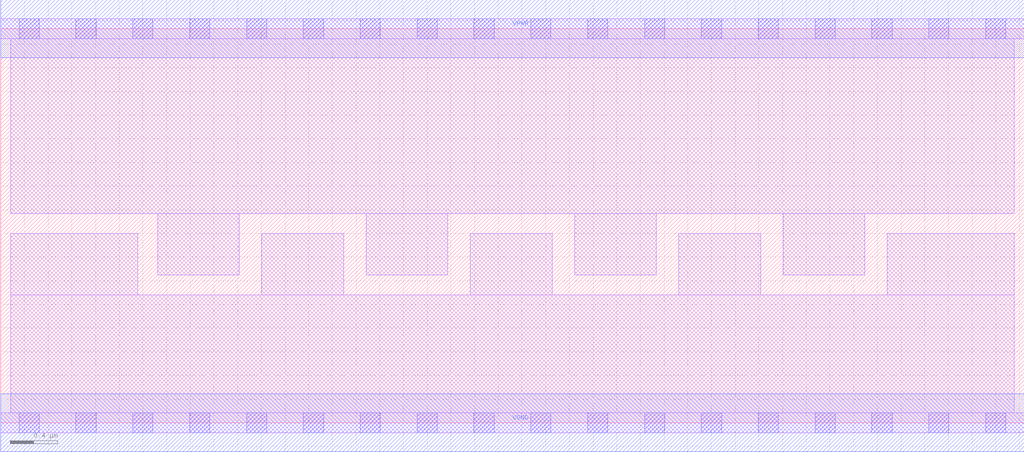
<source format=lef>
# Copyright 2020 The SkyWater PDK Authors
#
# Licensed under the Apache License, Version 2.0 (the "License");
# you may not use this file except in compliance with the License.
# You may obtain a copy of the License at
#
#     https://www.apache.org/licenses/LICENSE-2.0
#
# Unless required by applicable law or agreed to in writing, software
# distributed under the License is distributed on an "AS IS" BASIS,
# WITHOUT WARRANTIES OR CONDITIONS OF ANY KIND, either express or implied.
# See the License for the specific language governing permissions and
# limitations under the License.
#
# SPDX-License-Identifier: Apache-2.0

VERSION 5.5 ;
NAMESCASESENSITIVE ON ;
BUSBITCHARS "[]" ;
DIVIDERCHAR "/" ;
MACRO sky130_fd_sc_ls__decaphe_18
  CLASS CORE ;
  SOURCE USER ;
  ORIGIN  0.000000  0.000000 ;
  SIZE  8.640000 BY  3.330000 ;
  SYMMETRY X Y ;
  SITE unit ;
  PIN VGND
    DIRECTION INOUT ;
    SHAPE ABUTMENT ;
    USE GROUND ;
    PORT
      LAYER met1 ;
        RECT 0.000000 -0.245000 8.640000 0.245000 ;
    END
  END VGND
  PIN VPWR
    DIRECTION INOUT ;
    SHAPE ABUTMENT ;
    USE POWER ;
    PORT
      LAYER met1 ;
        RECT 0.000000 3.085000 8.640000 3.575000 ;
    END
  END VPWR
  OBS
    LAYER li1 ;
      RECT 0.000000 -0.085000 8.640000 0.085000 ;
      RECT 0.000000  3.245000 8.640000 3.415000 ;
      RECT 0.085000  0.085000 8.555000 1.080000 ;
      RECT 0.085000  1.080000 1.155000 1.600000 ;
      RECT 0.085000  1.770000 8.555000 3.245000 ;
      RECT 1.325000  1.250000 2.015000 1.770000 ;
      RECT 2.205000  1.080000 2.895000 1.600000 ;
      RECT 3.085000  1.250000 3.775000 1.770000 ;
      RECT 3.965000  1.080000 4.655000 1.600000 ;
      RECT 4.845000  1.250000 5.535000 1.770000 ;
      RECT 5.725000  1.080000 6.415000 1.600000 ;
      RECT 6.605000  1.250000 7.295000 1.770000 ;
      RECT 7.485000  1.080000 8.555000 1.600000 ;
    LAYER mcon ;
      RECT 0.155000 -0.085000 0.325000 0.085000 ;
      RECT 0.155000  3.245000 0.325000 3.415000 ;
      RECT 0.635000 -0.085000 0.805000 0.085000 ;
      RECT 0.635000  3.245000 0.805000 3.415000 ;
      RECT 1.115000 -0.085000 1.285000 0.085000 ;
      RECT 1.115000  3.245000 1.285000 3.415000 ;
      RECT 1.595000 -0.085000 1.765000 0.085000 ;
      RECT 1.595000  3.245000 1.765000 3.415000 ;
      RECT 2.075000 -0.085000 2.245000 0.085000 ;
      RECT 2.075000  3.245000 2.245000 3.415000 ;
      RECT 2.555000 -0.085000 2.725000 0.085000 ;
      RECT 2.555000  3.245000 2.725000 3.415000 ;
      RECT 3.035000 -0.085000 3.205000 0.085000 ;
      RECT 3.035000  3.245000 3.205000 3.415000 ;
      RECT 3.515000 -0.085000 3.685000 0.085000 ;
      RECT 3.515000  3.245000 3.685000 3.415000 ;
      RECT 3.995000 -0.085000 4.165000 0.085000 ;
      RECT 3.995000  3.245000 4.165000 3.415000 ;
      RECT 4.475000 -0.085000 4.645000 0.085000 ;
      RECT 4.475000  3.245000 4.645000 3.415000 ;
      RECT 4.955000 -0.085000 5.125000 0.085000 ;
      RECT 4.955000  3.245000 5.125000 3.415000 ;
      RECT 5.435000 -0.085000 5.605000 0.085000 ;
      RECT 5.435000  3.245000 5.605000 3.415000 ;
      RECT 5.915000 -0.085000 6.085000 0.085000 ;
      RECT 5.915000  3.245000 6.085000 3.415000 ;
      RECT 6.395000 -0.085000 6.565000 0.085000 ;
      RECT 6.395000  3.245000 6.565000 3.415000 ;
      RECT 6.875000 -0.085000 7.045000 0.085000 ;
      RECT 6.875000  3.245000 7.045000 3.415000 ;
      RECT 7.355000 -0.085000 7.525000 0.085000 ;
      RECT 7.355000  3.245000 7.525000 3.415000 ;
      RECT 7.835000 -0.085000 8.005000 0.085000 ;
      RECT 7.835000  3.245000 8.005000 3.415000 ;
      RECT 8.315000 -0.085000 8.485000 0.085000 ;
      RECT 8.315000  3.245000 8.485000 3.415000 ;
  END
END sky130_fd_sc_ls__decaphe_18
END LIBRARY

</source>
